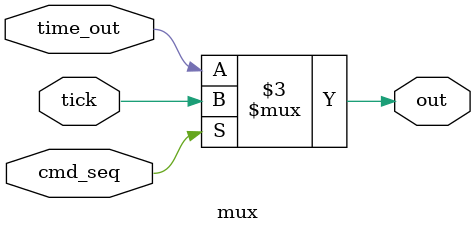
<source format=sv>
module mux (
    input logic tick,
    input logic time_out,
    input logic cmd_seq,
    output logic out
);

always_comb begin
    if(cmd_seq) begin
        $display("input set to one and mux output is %0d", tick);
        out = tick;
    end
    else begin
        $display("input set to zero and mux output is %0d", time_out);
        out = time_out;
    end
end
    
endmodule

</source>
